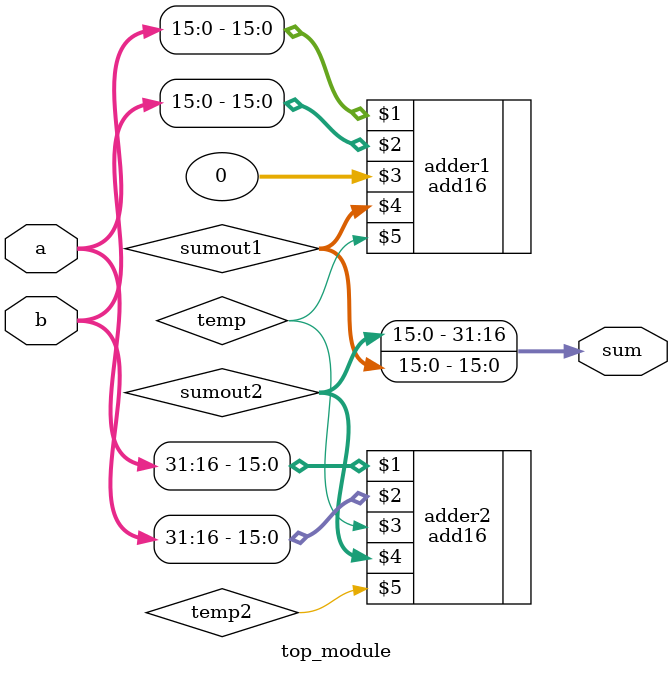
<source format=v>
module top_module(
    input [31:0] a,
    input [31:0] b,
    output [31:0] sum
);
    wire [15:0] sumout1,sumout2;
    wire temp,temp2;
    
    add16 adder1(a[15:0],b[15:0],0,sumout1,temp);
    add16 adder2(a[31:16],b[31:16],temp,sumout2,temp2);
    
    assign sum = {sumout2,sumout1};

endmodule

</source>
